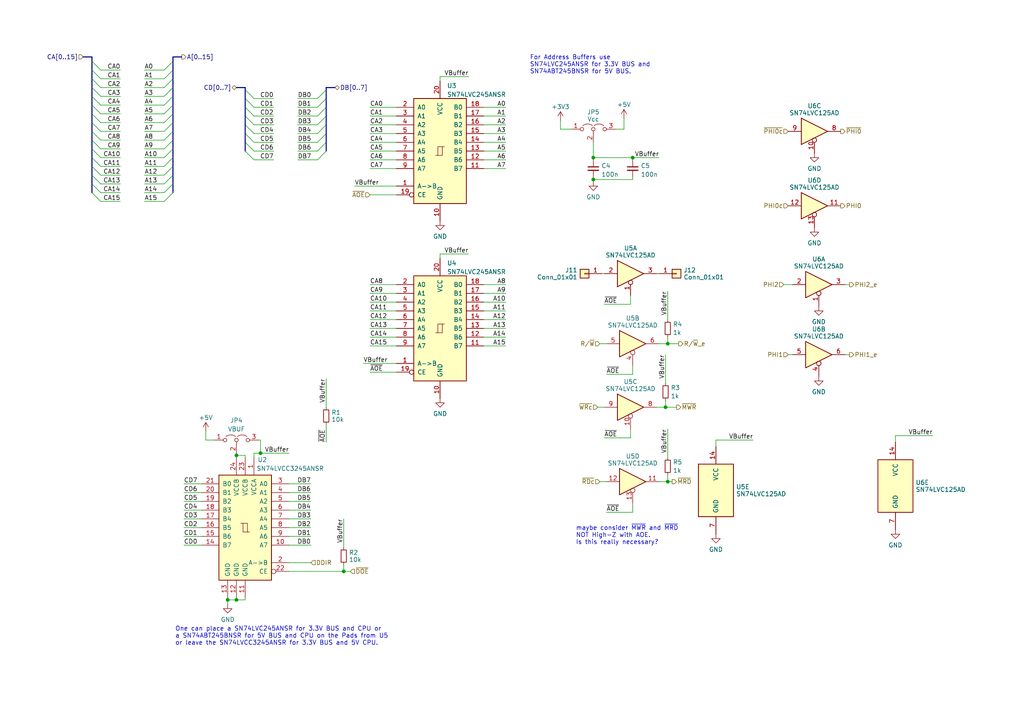
<source format=kicad_sch>
(kicad_sch (version 20231120) (generator "eeschema") (generator_version "8.0")
  (paper "A4")
  (title_block (title "Unicomp v3 - Buffers") (date "2024-10-01") (rev "v1.0") (company "100% Offner") (comment 1 "v1.0: Initial"))
  (lib_symbols
    (symbol "74xx:74LS125" (pin_names (offset 1.016))
      (property "Reference" "U" (at 0 1.27 0))
      (property "Value" "74LS125" (at 0 -1.27 0))
      (symbol "74LS125_1_0"
        (polyline (pts (xy -3.81 3.81) (xy -3.81 -3.81) (xy 3.81 0) (xy -3.81 3.81)) (stroke (width 0.254)) (fill (type background)))
        (pin input inverted (at 0 -6.35 90) (length 4.445) (name "~") (number "1"))
        (pin input line (at -7.62 0 0) (length 3.81) (name "~") (number "2"))
        (pin tri_state line (at 7.62 0 180) (length 3.81) (name "~") (number "3"))
      )
      (symbol "74LS125_2_0"
        (polyline (pts (xy -3.81 3.81) (xy -3.81 -3.81) (xy 3.81 0) (xy -3.81 3.81)) (stroke (width 0.254)) (fill (type background)))
        (pin input inverted (at 0 -6.35 90) (length 4.445) (name "~") (number "4"))
        (pin input line (at -7.62 0 0) (length 3.81) (name "~") (number "5"))
        (pin tri_state line (at 7.62 0 180) (length 3.81) (name "~") (number "6"))
      )
      (symbol "74LS125_3_0"
        (polyline (pts (xy -3.81 3.81) (xy -3.81 -3.81) (xy 3.81 0) (xy -3.81 3.81)) (stroke (width 0.254)) (fill (type background)))
        (pin input inverted (at 0 -6.35 90) (length 4.445) (name "~") (number "10"))
        (pin tri_state line (at 7.62 0 180) (length 3.81) (name "~") (number "8"))
        (pin input line (at -7.62 0 0) (length 3.81) (name "~") (number "9"))
      )
      (symbol "74LS125_4_0"
        (polyline (pts (xy -3.81 3.81) (xy -3.81 -3.81) (xy 3.81 0) (xy -3.81 3.81)) (stroke (width 0.254)) (fill (type background)))
        (pin tri_state line (at 7.62 0 180) (length 3.81) (name "~") (number "11"))
        (pin input line (at -7.62 0 0) (length 3.81) (name "~") (number "12"))
        (pin input inverted (at 0 -6.35 90) (length 4.445) (name "~") (number "13"))
      )
      (symbol "74LS125_5_0"
        (pin power_in line (at 0 12.7 270) (length 5.08) (name "VCC") (number "14"))
        (pin power_in line (at 0 -12.7 90) (length 5.08) (name "GND") (number "7"))
      )
      (symbol "74LS125_5_1"
        (rectangle (start -5.08 7.62) (end 5.08 -7.62) (stroke (width 0.254)) (fill (type background)))
      )
    )
    (symbol "74xx:74LS245" (pin_names (offset 1.016))
      (property "Reference" "U" (at -7.62 16.51 0))
      (property "Value" "74LS245" (at -7.62 -16.51 0))
      (symbol "74LS245_1_0"
        (polyline (pts (xy -0.635 -1.27) (xy -0.635 1.27) (xy 0.635 1.27)))
        (polyline (pts (xy -1.27 -1.27) (xy 0.635 -1.27) (xy 0.635 1.27) (xy 1.27 1.27)))
        (pin input line (at -12.7 -10.16 0) (length 5.08) (name "A->B") (number "1"))
        (pin power_in line (at 0 -20.32 90) (length 5.08) (name "GND") (number "10"))
        (pin tri_state line (at 12.7 -5.08 180) (length 5.08) (name "B7") (number "11"))
        (pin tri_state line (at 12.7 -2.54 180) (length 5.08) (name "B6") (number "12"))
        (pin tri_state line (at 12.7 0 180) (length 5.08) (name "B5") (number "13"))
        (pin tri_state line (at 12.7 2.54 180) (length 5.08) (name "B4") (number "14"))
        (pin tri_state line (at 12.7 5.08 180) (length 5.08) (name "B3") (number "15"))
        (pin tri_state line (at 12.7 7.62 180) (length 5.08) (name "B2") (number "16"))
        (pin tri_state line (at 12.7 10.16 180) (length 5.08) (name "B1") (number "17"))
        (pin tri_state line (at 12.7 12.7 180) (length 5.08) (name "B0") (number "18"))
        (pin input inverted (at -12.7 -12.7 0) (length 5.08) (name "CE") (number "19"))
        (pin tri_state line (at -12.7 12.7 0) (length 5.08) (name "A0") (number "2"))
        (pin power_in line (at 0 20.32 270) (length 5.08) (name "VCC") (number "20"))
        (pin tri_state line (at -12.7 10.16 0) (length 5.08) (name "A1") (number "3"))
        (pin tri_state line (at -12.7 7.62 0) (length 5.08) (name "A2") (number "4"))
        (pin tri_state line (at -12.7 5.08 0) (length 5.08) (name "A3") (number "5"))
        (pin tri_state line (at -12.7 2.54 0) (length 5.08) (name "A4") (number "6"))
        (pin tri_state line (at -12.7 0 0) (length 5.08) (name "A5") (number "7"))
        (pin tri_state line (at -12.7 -2.54 0) (length 5.08) (name "A6") (number "8"))
        (pin tri_state line (at -12.7 -5.08 0) (length 5.08) (name "A7") (number "9"))
      )
      (symbol "74LS245_1_1"
        (rectangle (start -7.62 15.24) (end 7.62 -15.24) (stroke (width 0.254)) (fill (type background)))
      )
    )
    (symbol "Connector_Generic:Conn_01x01" (pin_names (offset 1.016) hide)
      (property "Reference" "J" (at 0 2.54 0))
      (property "Value" "Conn_01x01" (at 0 -2.54 0))
      (symbol "Conn_01x01_1_1"
        (rectangle (start -1.27 0.127) (end 0 -0.127) (stroke (width 0.1524)))
        (rectangle (start -1.27 1.27) (end 1.27 -1.27) (stroke (width 0.254)) (fill (type background)))
        (pin passive line (at -5.08 0 0) (length 3.81) (name "Pin_1") (number "1"))
      )
    )
    (symbol "Device:C_Small" (pin_numbers hide) (pin_names (offset 0.254) hide)
      (property "Reference" "C" (at 0.254 1.778 0))
      (property "Value" "C_Small" (at 0.254 -2.032 0))
      (symbol "C_Small_0_1"
        (polyline (pts (xy -1.524 -0.508) (xy 1.524 -0.508)) (stroke (width 0.3302)))
        (polyline (pts (xy -1.524 0.508) (xy 1.524 0.508)) (stroke (width 0.3048)))
      )
      (symbol "C_Small_1_1"
        (pin passive line (at 0 2.54 270) (length 2.032) (name "~") (number "1"))
        (pin passive line (at 0 -2.54 90) (length 2.032) (name "~") (number "2"))
      )
    )
    (symbol "Device:R_Small" (pin_numbers hide) (pin_names (offset 0.254) hide)
      (property "Reference" "R" (at 0.762 0.508 0))
      (property "Value" "R_Small" (at 0.762 -1.016 0))
      (symbol "R_Small_0_1"
        (rectangle (start -0.762 1.778) (end 0.762 -1.778) (stroke (width 0.2032)))
      )
      (symbol "R_Small_1_1"
        (pin passive line (at 0 2.54 270) (length 0.762) (name "~") (number "1"))
        (pin passive line (at 0 -2.54 90) (length 0.762) (name "~") (number "2"))
      )
    )
    (symbol "Jumper:Jumper_3_Open" (pin_names (offset 0) hide)
      (property "Reference" "JP" (at -2.54 -2.54 0))
      (property "Value" "Jumper_3_Open" (at 0 2.794 0))
      (symbol "Jumper_3_Open_0_0"
        (circle (center -3.302 0) (radius 0.508))
        (circle (center 0 0) (radius 0.508))
        (circle (center 3.302 0) (radius 0.508))
      )
      (symbol "Jumper_3_Open_0_1"
        (arc (start -0.254 1.016) (mid -1.651 1.4992) (end -3.048 1.016))
        (polyline (pts (xy 0 -0.508) (xy 0 -1.27)))
        (arc (start 3.048 1.016) (mid 1.651 1.4992) (end 0.254 1.016))
      )
      (symbol "Jumper_3_Open_1_1"
        (pin passive line (at -6.35 0 0) (length 2.54) (name "A") (number "1"))
        (pin passive line (at 0 -3.81 90) (length 2.54) (name "C") (number "2"))
        (pin passive line (at 6.35 0 180) (length 2.54) (name "B") (number "3"))
      )
    )
    (symbol "my_ics_new:74LVC4245" (pin_names (offset 1.016))
      (property "Reference" "U" (at -7.62 19.05 0))
      (property "Value" "74LVC4245" (at -10.16 16.51 0))
      (symbol "74LVC4245_1_0"
        (polyline (pts (xy -0.635 -1.27) (xy -0.635 1.27) (xy 0.635 1.27)))
        (polyline (pts (xy -1.27 -1.27) (xy 0.635 -1.27) (xy 0.635 1.27) (xy 1.27 1.27)))
        (pin power_in line (at -2.54 20.32 270) (length 5.08) (name "VCCA") (number "1"))
        (pin tri_state line (at -12.7 -5.08 0) (length 5.08) (name "A7") (number "10"))
        (pin power_in line (at 0 -20.32 90) (length 5.08) (name "GND") (number "11"))
        (pin power_in line (at 2.54 -20.32 90) (length 5.08) (name "GND") (number "12"))
        (pin power_in line (at 5.08 -20.32 90) (length 5.08) (name "GND") (number "13"))
        (pin tri_state line (at 12.7 -5.08 180) (length 5.08) (name "B7") (number "14"))
        (pin tri_state line (at 12.7 -2.54 180) (length 5.08) (name "B6") (number "15"))
        (pin tri_state line (at 12.7 0 180) (length 5.08) (name "B5") (number "16"))
        (pin tri_state line (at 12.7 2.54 180) (length 5.08) (name "B4") (number "17"))
        (pin tri_state line (at 12.7 5.08 180) (length 5.08) (name "B3") (number "18"))
        (pin tri_state line (at 12.7 7.62 180) (length 5.08) (name "B2") (number "19"))
        (pin input line (at -12.7 -10.16 0) (length 5.08) (name "A->B") (number "2"))
        (pin tri_state line (at 12.7 10.16 180) (length 5.08) (name "B1") (number "20"))
        (pin tri_state line (at 12.7 12.7 180) (length 5.08) (name "B0") (number "21"))
        (pin input inverted (at -12.7 -12.7 0) (length 5.08) (name "CE") (number "22"))
        (pin power_in line (at 0 20.32 270) (length 5.08) (name "VCCB") (number "23"))
        (pin power_in line (at 2.54 20.32 270) (length 5.08) (name "VCCB") (number "24"))
        (pin tri_state line (at -12.7 12.7 0) (length 5.08) (name "A0") (number "3"))
        (pin tri_state line (at -12.7 10.16 0) (length 5.08) (name "A1") (number "4"))
        (pin tri_state line (at -12.7 7.62 0) (length 5.08) (name "A2") (number "5"))
        (pin tri_state line (at -12.7 5.08 0) (length 5.08) (name "A3") (number "6"))
        (pin tri_state line (at -12.7 2.54 0) (length 5.08) (name "A4") (number "7"))
        (pin tri_state line (at -12.7 0 0) (length 5.08) (name "A5") (number "8"))
        (pin tri_state line (at -12.7 -2.54 0) (length 5.08) (name "A6") (number "9"))
      )
      (symbol "74LVC4245_1_1"
        (rectangle (start -7.62 15.24) (end 7.62 -15.24) (stroke (width 0.254)) (fill (type background)))
      )
    )
    (symbol "power:+3V3" (power) (pin_names (offset 0))
      (property "Value" "+3V3" (at 0 3.556 0))
      (symbol "+3V3_0_1"
        (polyline (pts (xy -0.762 1.27) (xy 0 2.54)))
        (polyline (pts (xy 0 0) (xy 0 2.54)))
        (polyline (pts (xy 0 2.54) (xy 0.762 1.27)))
      )
      (symbol "+3V3_1_1"
        (pin power_in line (at 0 0 90) (length 0) hide (name "+3V3") (number "1"))
      )
    )
    (symbol "power:+5V" (power) (pin_names (offset 0))
      (property "Value" "+5V" (at 0 3.556 0))
      (symbol "+5V_0_1"
        (polyline (pts (xy -0.762 1.27) (xy 0 2.54)))
        (polyline (pts (xy 0 0) (xy 0 2.54)))
        (polyline (pts (xy 0 2.54) (xy 0.762 1.27)))
      )
      (symbol "+5V_1_1"
        (pin power_in line (at 0 0 90) (length 0) hide (name "+5V") (number "1"))
      )
    )
    (symbol "power:GND" (power) (pin_names (offset 0))
      (property "Value" "GND" (at 0 -3.81 0))
      (symbol "GND_0_1"
        (polyline (pts (xy 0 0) (xy 0 -1.27) (xy 1.27 -1.27) (xy 0 -2.54) (xy -1.27 -1.27) (xy 0 -1.27)))
      )
      (symbol "GND_1_1"
        (pin power_in line (at 0 0 270) (length 0) hide (name "GND") (number "1"))
      )
    )
  )
  (junction (at 172.085 45.72))
  (junction (at 99.695 165.735))
  (junction (at 66.04 173.99))
  (junction (at 183.515 45.72))
  (junction (at 172.085 52.07))
  (junction (at 68.58 173.99))
  (junction (at 193.675 99.695))
  (junction (at 75.565 131.445))
  (junction (at 193.04 118.11))
  (junction (at 68.58 132.08))
  (junction (at 193.675 139.7))
  (bus_entry (at 50.165 55.88) (size -2.54 2.54))
  (bus_entry (at 26.67 45.72) (size 2.54 2.54))
  (bus_entry (at 26.67 22.86) (size 2.54 2.54))
  (bus_entry (at 26.67 25.4) (size 2.54 2.54))
  (bus_entry (at 71.12 31.115) (size 2.54 2.54))
  (bus_entry (at 94.615 28.575) (size -2.54 2.54))
  (bus_entry (at 26.67 40.64) (size 2.54 2.54))
  (bus_entry (at 50.165 50.8) (size -2.54 2.54))
  (bus_entry (at 94.615 33.655) (size -2.54 2.54))
  (bus_entry (at 50.165 48.26) (size -2.54 2.54))
  (bus_entry (at 26.67 27.94) (size 2.54 2.54))
  (bus_entry (at 94.615 31.115) (size -2.54 2.54))
  (bus_entry (at 26.67 33.02) (size 2.54 2.54))
  (bus_entry (at 71.12 38.735) (size 2.54 2.54))
  (bus_entry (at 50.165 20.32) (size -2.54 2.54))
  (bus_entry (at 50.165 27.94) (size -2.54 2.54))
  (bus_entry (at 71.12 33.655) (size 2.54 2.54))
  (bus_entry (at 50.165 40.64) (size -2.54 2.54))
  (bus_entry (at 26.67 20.32) (size 2.54 2.54))
  (bus_entry (at 26.67 55.88) (size 2.54 2.54))
  (bus_entry (at 50.165 38.1) (size -2.54 2.54))
  (bus_entry (at 94.615 36.195) (size -2.54 2.54))
  (bus_entry (at 94.615 43.815) (size -2.54 2.54))
  (bus_entry (at 26.67 48.26) (size 2.54 2.54))
  (bus_entry (at 50.165 53.34) (size -2.54 2.54))
  (bus_entry (at 26.67 53.34) (size 2.54 2.54))
  (bus_entry (at 50.165 22.86) (size -2.54 2.54))
  (bus_entry (at 50.165 43.18) (size -2.54 2.54))
  (bus_entry (at 94.615 38.735) (size -2.54 2.54))
  (bus_entry (at 26.67 30.48) (size 2.54 2.54))
  (bus_entry (at 71.12 41.275) (size 2.54 2.54))
  (bus_entry (at 71.12 28.575) (size 2.54 2.54))
  (bus_entry (at 94.615 41.275) (size -2.54 2.54))
  (bus_entry (at 94.615 26.035) (size -2.54 2.54))
  (bus_entry (at 26.67 17.78) (size 2.54 2.54))
  (bus_entry (at 26.67 50.8) (size 2.54 2.54))
  (bus_entry (at 50.165 25.4) (size -2.54 2.54))
  (bus_entry (at 71.12 26.035) (size 2.54 2.54))
  (bus_entry (at 50.165 17.78) (size -2.54 2.54))
  (bus_entry (at 26.67 38.1) (size 2.54 2.54))
  (bus_entry (at 50.165 33.02) (size -2.54 2.54))
  (bus_entry (at 50.165 35.56) (size -2.54 2.54))
  (bus_entry (at 71.12 36.195) (size 2.54 2.54))
  (bus_entry (at 26.67 43.18) (size 2.54 2.54))
  (bus_entry (at 71.12 43.815) (size 2.54 2.54))
  (bus_entry (at 50.165 45.72) (size -2.54 2.54))
  (bus_entry (at 50.165 30.48) (size -2.54 2.54))
  (bus_entry (at 26.67 35.56) (size 2.54 2.54))
  (wire (pts (xy 183.515 52.07) (xy 183.515 51.435)))
  (wire (pts (xy 71.12 173.99) (xy 71.12 173.355)))
  (bus (pts (xy 26.67 25.4) (xy 26.67 22.86)))
  (bus (pts (xy 50.165 48.26) (xy 50.165 45.72)))
  (wire (pts (xy 83.82 131.445) (xy 75.565 131.445)))
  (wire (pts (xy 90.17 145.415) (xy 83.82 145.415)))
  (wire (pts (xy 71.12 132.08) (xy 71.12 132.715)))
  (wire (pts (xy 86.36 46.355) (xy 92.075 46.355)))
  (bus (pts (xy 50.165 55.88) (xy 50.165 53.34)))
  (wire (pts (xy 193.675 137.795) (xy 193.675 139.7)))
  (wire (pts (xy 127.635 22.225) (xy 127.635 23.495)))
  (wire (pts (xy 107.315 31.115) (xy 114.935 31.115)))
  (wire (pts (xy 107.315 56.515) (xy 114.935 56.515)))
  (bus (pts (xy 50.165 38.1) (xy 50.165 35.56)))
  (wire (pts (xy 107.315 100.33) (xy 114.935 100.33)))
  (wire (pts (xy 140.335 100.33) (xy 146.685 100.33)))
  (wire (pts (xy 107.315 33.655) (xy 114.935 33.655)))
  (wire (pts (xy 107.315 36.195) (xy 114.935 36.195)))
  (wire (pts (xy 59.69 127.635) (xy 62.23 127.635)))
  (bus (pts (xy 50.165 50.8) (xy 50.165 48.26)))
  (wire (pts (xy 183.515 45.72) (xy 183.515 46.355)))
  (bus (pts (xy 50.165 43.18) (xy 50.165 40.64)))
  (bus (pts (xy 50.165 20.32) (xy 50.165 17.78)))
  (wire (pts (xy 34.925 27.94) (xy 29.21 27.94)))
  (wire (pts (xy 173.355 118.11) (xy 175.26 118.11)))
  (wire (pts (xy 59.69 125.095) (xy 59.69 127.635)))
  (bus (pts (xy 94.615 36.195) (xy 94.615 33.655)))
  (bus (pts (xy 26.67 17.78) (xy 26.67 16.51)))
  (wire (pts (xy 34.925 22.86) (xy 29.21 22.86)))
  (wire (pts (xy 34.925 30.48) (xy 29.21 30.48)))
  (wire (pts (xy 140.335 90.17) (xy 146.685 90.17)))
  (wire (pts (xy 58.42 158.115) (xy 53.34 158.115)))
  (wire (pts (xy 173.99 99.695) (xy 175.895 99.695)))
  (wire (pts (xy 135.89 22.225) (xy 127.635 22.225)))
  (bus (pts (xy 71.12 41.275) (xy 71.12 38.735)))
  (wire (pts (xy 191.135 99.695) (xy 193.675 99.695)))
  (wire (pts (xy 90.17 163.195) (xy 83.82 163.195)))
  (bus (pts (xy 26.67 55.88) (xy 26.67 53.34)))
  (wire (pts (xy 172.085 52.07) (xy 183.515 52.07)))
  (wire (pts (xy 165.735 37.465) (xy 162.56 37.465)))
  (bus (pts (xy 71.12 25.4) (xy 68.58 25.4)))
  (wire (pts (xy 41.91 45.72) (xy 47.625 45.72)))
  (wire (pts (xy 162.56 34.925) (xy 162.56 37.465)))
  (bus (pts (xy 94.615 43.815) (xy 94.615 41.275)))
  (wire (pts (xy 107.315 41.275) (xy 114.935 41.275)))
  (wire (pts (xy 34.925 55.88) (xy 29.21 55.88)))
  (bus (pts (xy 94.615 25.4) (xy 97.155 25.4)))
  (bus (pts (xy 26.67 35.56) (xy 26.67 33.02)))
  (bus (pts (xy 26.67 48.26) (xy 26.67 45.72)))
  (bus (pts (xy 26.67 40.64) (xy 26.67 38.1)))
  (wire (pts (xy 34.925 25.4) (xy 29.21 25.4)))
  (wire (pts (xy 79.375 38.735) (xy 73.66 38.735)))
  (wire (pts (xy 174.625 79.375) (xy 175.26 79.375)))
  (wire (pts (xy 83.82 165.735) (xy 99.695 165.735)))
  (bus (pts (xy 71.12 31.115) (xy 71.12 28.575)))
  (wire (pts (xy 140.335 87.63) (xy 146.685 87.63)))
  (bus (pts (xy 94.615 38.735) (xy 94.615 36.195)))
  (wire (pts (xy 107.315 85.09) (xy 114.935 85.09)))
  (wire (pts (xy 246.38 102.87) (xy 245.11 102.87)))
  (wire (pts (xy 41.91 33.02) (xy 47.625 33.02)))
  (wire (pts (xy 86.36 43.815) (xy 92.075 43.815)))
  (bus (pts (xy 26.67 43.18) (xy 26.67 40.64)))
  (bus (pts (xy 26.67 33.02) (xy 26.67 30.48)))
  (wire (pts (xy 193.675 84.455) (xy 193.675 92.71)))
  (bus (pts (xy 26.67 20.32) (xy 26.67 17.78)))
  (wire (pts (xy 99.695 150.495) (xy 99.695 158.75)))
  (wire (pts (xy 191.135 139.7) (xy 193.675 139.7)))
  (wire (pts (xy 140.335 85.09) (xy 146.685 85.09)))
  (wire (pts (xy 41.91 43.18) (xy 47.625 43.18)))
  (wire (pts (xy 41.91 35.56) (xy 47.625 35.56)))
  (bus (pts (xy 94.615 28.575) (xy 94.615 26.035)))
  (wire (pts (xy 86.36 38.735) (xy 92.075 38.735)))
  (wire (pts (xy 173.99 139.7) (xy 175.895 139.7)))
  (wire (pts (xy 183.515 45.72) (xy 191.135 45.72)))
  (wire (pts (xy 107.315 107.95) (xy 114.935 107.95)))
  (wire (pts (xy 183.515 108.585) (xy 183.515 106.045)))
  (bus (pts (xy 26.67 27.94) (xy 26.67 25.4)))
  (wire (pts (xy 34.925 20.32) (xy 29.21 20.32)))
  (wire (pts (xy 79.375 46.355) (xy 73.66 46.355)))
  (wire (pts (xy 207.645 129.54) (xy 207.645 127.635)))
  (wire (pts (xy 58.42 153.035) (xy 53.34 153.035)))
  (bus (pts (xy 50.165 45.72) (xy 50.165 43.18)))
  (bus (pts (xy 50.165 30.48) (xy 50.165 27.94)))
  (wire (pts (xy 228.6 102.87) (xy 229.87 102.87)))
  (wire (pts (xy 41.91 20.32) (xy 47.625 20.32)))
  (wire (pts (xy 86.36 33.655) (xy 92.075 33.655)))
  (bus (pts (xy 26.67 50.8) (xy 26.67 48.26)))
  (wire (pts (xy 140.335 97.79) (xy 146.685 97.79)))
  (wire (pts (xy 140.335 92.71) (xy 146.685 92.71)))
  (wire (pts (xy 180.975 37.465) (xy 178.435 37.465)))
  (wire (pts (xy 182.88 127) (xy 182.88 124.46)))
  (bus (pts (xy 50.165 17.78) (xy 50.165 16.51)))
  (wire (pts (xy 172.085 52.705) (xy 172.085 52.07)))
  (bus (pts (xy 50.165 33.02) (xy 50.165 30.48)))
  (bus (pts (xy 50.165 22.86) (xy 50.165 20.32)))
  (wire (pts (xy 58.42 145.415) (xy 53.34 145.415)))
  (wire (pts (xy 73.66 131.445) (xy 73.66 132.715)))
  (wire (pts (xy 193.675 97.79) (xy 193.675 99.695)))
  (wire (pts (xy 107.315 48.895) (xy 114.935 48.895)))
  (wire (pts (xy 58.42 142.875) (xy 53.34 142.875)))
  (wire (pts (xy 140.335 48.895) (xy 146.685 48.895)))
  (wire (pts (xy 79.375 31.115) (xy 73.66 31.115)))
  (wire (pts (xy 140.335 33.655) (xy 146.685 33.655)))
  (wire (pts (xy 86.36 41.275) (xy 92.075 41.275)))
  (wire (pts (xy 101.6 165.735) (xy 99.695 165.735)))
  (bus (pts (xy 50.165 25.4) (xy 50.165 22.86)))
  (wire (pts (xy 86.36 36.195) (xy 92.075 36.195)))
  (wire (pts (xy 34.925 48.26) (xy 29.21 48.26)))
  (bus (pts (xy 50.165 35.56) (xy 50.165 33.02)))
  (wire (pts (xy 86.36 28.575) (xy 92.075 28.575)))
  (wire (pts (xy 175.895 108.585) (xy 183.515 108.585)))
  (wire (pts (xy 259.715 128.27) (xy 259.715 126.365)))
  (wire (pts (xy 193.04 118.11) (xy 196.215 118.11)))
  (wire (pts (xy 34.925 50.8) (xy 29.21 50.8)))
  (wire (pts (xy 66.04 173.99) (xy 66.04 173.355)))
  (wire (pts (xy 102.87 53.975) (xy 114.935 53.975)))
  (wire (pts (xy 75.565 127.635) (xy 75.565 131.445)))
  (wire (pts (xy 190.5 118.11) (xy 193.04 118.11)))
  (wire (pts (xy 68.58 132.08) (xy 71.12 132.08)))
  (wire (pts (xy 58.42 150.495) (xy 53.34 150.495)))
  (wire (pts (xy 90.17 153.035) (xy 83.82 153.035)))
  (wire (pts (xy 58.42 155.575) (xy 53.34 155.575)))
  (wire (pts (xy 172.085 52.07) (xy 172.085 51.435)))
  (wire (pts (xy 34.925 35.56) (xy 29.21 35.56)))
  (bus (pts (xy 26.67 53.34) (xy 26.67 50.8)))
  (wire (pts (xy 193.675 124.46) (xy 193.675 132.715)))
  (wire (pts (xy 193.675 139.7) (xy 194.945 139.7)))
  (bus (pts (xy 50.165 53.34) (xy 50.165 50.8)))
  (wire (pts (xy 107.315 46.355) (xy 114.935 46.355)))
  (bus (pts (xy 26.67 30.48) (xy 26.67 27.94)))
  (wire (pts (xy 79.375 41.275) (xy 73.66 41.275)))
  (wire (pts (xy 66.04 173.99) (xy 68.58 173.99)))
  (wire (pts (xy 207.645 127.635) (xy 218.44 127.635)))
  (wire (pts (xy 41.91 30.48) (xy 47.625 30.48)))
  (wire (pts (xy 66.04 175.26) (xy 66.04 173.99)))
  (wire (pts (xy 90.17 158.115) (xy 83.82 158.115)))
  (wire (pts (xy 140.335 36.195) (xy 146.685 36.195)))
  (wire (pts (xy 41.91 58.42) (xy 47.625 58.42)))
  (wire (pts (xy 140.335 31.115) (xy 146.685 31.115)))
  (wire (pts (xy 182.88 88.265) (xy 182.88 85.725)))
  (bus (pts (xy 71.12 26.035) (xy 71.12 25.4)))
  (wire (pts (xy 34.925 45.72) (xy 29.21 45.72)))
  (wire (pts (xy 127.635 73.66) (xy 127.635 74.93)))
  (wire (pts (xy 107.315 97.79) (xy 114.935 97.79)))
  (wire (pts (xy 41.91 27.94) (xy 47.625 27.94)))
  (wire (pts (xy 79.375 33.655) (xy 73.66 33.655)))
  (wire (pts (xy 41.91 50.8) (xy 47.625 50.8)))
  (wire (pts (xy 34.925 38.1) (xy 29.21 38.1)))
  (wire (pts (xy 90.17 140.335) (xy 83.82 140.335)))
  (wire (pts (xy 107.315 90.17) (xy 114.935 90.17)))
  (wire (pts (xy 107.315 92.71) (xy 114.935 92.71)))
  (wire (pts (xy 58.42 147.955) (xy 53.34 147.955)))
  (wire (pts (xy 68.58 132.08) (xy 68.58 132.715)))
  (wire (pts (xy 190.5 79.375) (xy 191.135 79.375)))
  (bus (pts (xy 71.12 36.195) (xy 71.12 33.655)))
  (wire (pts (xy 227.33 82.55) (xy 229.87 82.55)))
  (wire (pts (xy 107.315 82.55) (xy 114.935 82.55)))
  (wire (pts (xy 140.335 43.815) (xy 146.685 43.815)))
  (wire (pts (xy 140.335 46.355) (xy 146.685 46.355)))
  (wire (pts (xy 105.41 105.41) (xy 114.935 105.41)))
  (wire (pts (xy 107.315 95.25) (xy 114.935 95.25)))
  (wire (pts (xy 34.925 58.42) (xy 29.21 58.42)))
  (wire (pts (xy 183.515 148.59) (xy 183.515 146.05)))
  (wire (pts (xy 34.925 53.34) (xy 29.21 53.34)))
  (wire (pts (xy 107.315 38.735) (xy 114.935 38.735)))
  (wire (pts (xy 41.91 38.1) (xy 47.625 38.1)))
  (bus (pts (xy 50.165 27.94) (xy 50.165 25.4)))
  (wire (pts (xy 107.315 43.815) (xy 114.935 43.815)))
  (wire (pts (xy 34.925 43.18) (xy 29.21 43.18)))
  (wire (pts (xy 41.91 53.34) (xy 47.625 53.34)))
  (wire (pts (xy 172.085 45.72) (xy 172.085 46.355)))
  (bus (pts (xy 50.165 16.51) (xy 52.705 16.51)))
  (wire (pts (xy 175.895 148.59) (xy 183.515 148.59)))
  (wire (pts (xy 90.17 142.875) (xy 83.82 142.875)))
  (bus (pts (xy 71.12 38.735) (xy 71.12 36.195)))
  (wire (pts (xy 79.375 36.195) (xy 73.66 36.195)))
  (wire (pts (xy 140.335 82.55) (xy 146.685 82.55)))
  (wire (pts (xy 58.42 140.335) (xy 53.34 140.335)))
  (bus (pts (xy 94.615 31.115) (xy 94.615 28.575)))
  (bus (pts (xy 26.67 45.72) (xy 26.67 43.18)))
  (wire (pts (xy 90.17 150.495) (xy 83.82 150.495)))
  (wire (pts (xy 41.91 22.86) (xy 47.625 22.86)))
  (wire (pts (xy 79.375 28.575) (xy 73.66 28.575)))
  (wire (pts (xy 140.335 95.25) (xy 146.685 95.25)))
  (wire (pts (xy 175.26 127) (xy 182.88 127)))
  (wire (pts (xy 90.17 155.575) (xy 83.82 155.575)))
  (bus (pts (xy 50.165 40.64) (xy 50.165 38.1)))
  (wire (pts (xy 41.91 40.64) (xy 47.625 40.64)))
  (wire (pts (xy 193.04 102.87) (xy 193.04 111.125)))
  (wire (pts (xy 34.925 33.02) (xy 29.21 33.02)))
  (wire (pts (xy 245.11 82.55) (xy 246.38 82.55)))
  (bus (pts (xy 94.615 26.035) (xy 94.615 25.4)))
  (wire (pts (xy 140.335 38.735) (xy 146.685 38.735)))
  (wire (pts (xy 172.085 45.72) (xy 183.515 45.72)))
  (wire (pts (xy 175.26 88.265) (xy 182.88 88.265)))
  (wire (pts (xy 41.91 25.4) (xy 47.625 25.4)))
  (bus (pts (xy 26.67 22.86) (xy 26.67 20.32)))
  (wire (pts (xy 68.58 131.445) (xy 68.58 132.08)))
  (wire (pts (xy 74.93 127.635) (xy 75.565 127.635)))
  (wire (pts (xy 193.675 99.695) (xy 196.85 99.695)))
  (wire (pts (xy 34.925 40.64) (xy 29.21 40.64)))
  (bus (pts (xy 71.12 28.575) (xy 71.12 26.035)))
  (wire (pts (xy 259.715 126.365) (xy 270.51 126.365)))
  (wire (pts (xy 68.58 173.99) (xy 68.58 173.355)))
  (bus (pts (xy 71.12 33.655) (xy 71.12 31.115)))
  (wire (pts (xy 68.58 173.99) (xy 71.12 173.99)))
  (bus (pts (xy 94.615 41.275) (xy 94.615 38.735)))
  (wire (pts (xy 107.315 87.63) (xy 114.935 87.63)))
  (wire (pts (xy 180.975 34.29) (xy 180.975 37.465)))
  (wire (pts (xy 135.89 73.66) (xy 127.635 73.66)))
  (wire (pts (xy 140.335 41.275) (xy 146.685 41.275)))
  (wire (pts (xy 41.91 55.88) (xy 47.625 55.88)))
  (wire (pts (xy 90.17 147.955) (xy 83.82 147.955)))
  (wire (pts (xy 86.36 31.115) (xy 92.075 31.115)))
  (wire (pts (xy 99.695 163.83) (xy 99.695 165.735)))
  (wire (pts (xy 94.615 123.19) (xy 94.615 128.27)))
  (bus (pts (xy 71.12 43.815) (xy 71.12 41.275)))
  (wire (pts (xy 193.04 116.205) (xy 193.04 118.11)))
  (wire (pts (xy 41.91 48.26) (xy 47.625 48.26)))
  (wire (pts (xy 94.615 109.855) (xy 94.615 118.11)))
  (wire (pts (xy 79.375 43.815) (xy 73.66 43.815)))
  (bus (pts (xy 94.615 33.655) (xy 94.615 31.115)))
  (wire (pts (xy 172.085 41.275) (xy 172.085 45.72)))
  (wire (pts (xy 75.565 131.445) (xy 73.66 131.445)))
  (bus (pts (xy 26.67 16.51) (xy 24.13 16.51)))
  (bus (pts (xy 26.67 38.1) (xy 26.67 35.56)))
  (text "For Address Buffers use \nSN74LVC245ANSR for 3.3V BUS and\nSN74ABT245BNSR for 5V BUS." (at 153.67 21.59 0) (effects (font (size 1.27 1.27)) (justify left bottom)))
  (text "One can place a SN74LVC245ANSR for 3.3V BUS and CPU or\na SN74ABT245BNSR for 5V BUS and CPU on the Pads from U5\nor leave the SN74LVCC3245ANSR for 3.3V BUS and 5V CPU.\n" (at 50.8 187.325 0) (effects (font (size 1.27 1.27)) (justify left bottom)))
  (text "maybe consider ~{MWR} and ~{MRD}\nNOT High-Z with AOE. \nIs this really necessary?" (at 167.005 158.115 0) (effects (font (size 1.27 1.27)) (justify left bottom)))
  (label "CA7" (at 34.925 38.1 180))
  (label "A15" (at 41.91 58.42 0))
  (label "DB7" (at 90.17 140.335 180))
  (label "CA3" (at 107.315 38.735 0))
  (label "VBuffer" (at 135.89 73.66 180))
  (label "CA0" (at 34.925 20.32 180))
  (label "A2" (at 146.685 36.195 180))
  (label "A0" (at 41.91 20.32 0))
  (label "CD1" (at 79.375 31.115 180))
  (label "~{AOE}" (at 107.315 107.95 0))
  (label "A5" (at 146.685 43.815 180))
  (label "CA6" (at 107.315 46.355 0))
  (label "VBuffer" (at 135.89 22.225 180))
  (label "A12" (at 41.91 50.8 0))
  (label "A10" (at 146.685 87.63 180))
  (label "A7" (at 41.91 38.1 0))
  (label "A10" (at 41.91 45.72 0))
  (label "CA9" (at 107.315 85.09 0))
  (label "DB6" (at 90.17 142.875 180))
  (label "A12" (at 146.685 92.71 180))
  (label "CA3" (at 34.925 27.94 180))
  (label "A8" (at 146.685 82.55 180))
  (label "A4" (at 146.685 41.275 180))
  (label "DB2" (at 86.36 33.655 0))
  (label "CD1" (at 53.34 155.575 0))
  (label "DB5" (at 90.17 145.415 180))
  (label "VBuffer" (at 193.675 84.455 270))
  (label "DB1" (at 90.17 155.575 180))
  (label "A0" (at 146.685 31.115 180))
  (label "CA1" (at 34.925 22.86 180))
  (label "CA9" (at 34.925 43.18 180))
  (label "DB0" (at 86.36 28.575 0))
  (label "CD0" (at 53.34 158.115 0))
  (label "CA7" (at 107.315 48.895 0))
  (label "CA4" (at 107.315 41.275 0))
  (label "VBuffer" (at 193.04 102.87 270))
  (label "A4" (at 41.91 30.48 0))
  (label "CD7" (at 79.375 46.355 180))
  (label "CA2" (at 34.925 25.4 180))
  (label "CD5" (at 79.375 41.275 180))
  (label "CA2" (at 107.315 36.195 0))
  (label "CD5" (at 53.34 145.415 0))
  (label "CD0" (at 79.375 28.575 180))
  (label "A3" (at 146.685 38.735 180))
  (label "CA11" (at 107.315 90.17 0))
  (label "CD2" (at 79.375 33.655 180))
  (label "A7" (at 146.685 48.895 180))
  (label "DB5" (at 86.36 41.275 0))
  (label "A11" (at 146.685 90.17 180))
  (label "A14" (at 41.91 55.88 0))
  (label "A8" (at 41.91 40.64 0))
  (label "A5" (at 41.91 33.02 0))
  (label "~{AOE}" (at 94.615 128.27 90))
  (label "DB4" (at 90.17 147.955 180))
  (label "A2" (at 41.91 25.4 0))
  (label "A14" (at 146.685 97.79 180))
  (label "DB1" (at 86.36 31.115 0))
  (label "VBuffer" (at 99.695 150.495 270))
  (label "CA13" (at 34.925 53.34 180))
  (label "VBuffer" (at 218.44 127.635 180))
  (label "A6" (at 146.685 46.355 180))
  (label "CA0" (at 107.315 31.115 0))
  (label "CA15" (at 107.315 100.33 0))
  (label "A9" (at 146.685 85.09 180))
  (label "A11" (at 41.91 48.26 0))
  (label "CA8" (at 34.925 40.64 180))
  (label "VBuffer" (at 191.135 45.72 180))
  (label "DB6" (at 86.36 43.815 0))
  (label "A3" (at 41.91 27.94 0))
  (label "A13" (at 41.91 53.34 0))
  (label "~{AOE}" (at 175.895 148.59 0))
  (label "A13" (at 146.685 95.25 180))
  (label "~{AOE}" (at 175.26 127 0))
  (label "CA10" (at 107.315 87.63 0))
  (label "CD3" (at 79.375 36.195 180))
  (label "A9" (at 41.91 43.18 0))
  (label "~{AOE}" (at 175.895 108.585 0))
  (label "CA4" (at 34.925 30.48 180))
  (label "DB2" (at 90.17 153.035 180))
  (label "VBuffer" (at 193.675 124.46 270))
  (label "~{AOE}" (at 175.26 88.265 0))
  (label "CA15" (at 34.925 58.42 180))
  (label "CA5" (at 34.925 33.02 180))
  (label "CA8" (at 107.315 82.55 0))
  (label "CD4" (at 79.375 38.735 180))
  (label "DB0" (at 90.17 158.115 180))
  (label "CA5" (at 107.315 43.815 0))
  (label "CD4" (at 53.34 147.955 0))
  (label "CA6" (at 34.925 35.56 180))
  (label "CA1" (at 107.315 33.655 0))
  (label "CD7" (at 53.34 140.335 0))
  (label "VBuffer" (at 270.51 126.365 180))
  (label "A15" (at 146.685 100.33 180))
  (label "A6" (at 41.91 35.56 0))
  (label "CA14" (at 34.925 55.88 180))
  (label "CA13" (at 107.315 95.25 0))
  (label "CD2" (at 53.34 153.035 0))
  (label "DB7" (at 86.36 46.355 0))
  (label "A1" (at 146.685 33.655 180))
  (label "CD3" (at 53.34 150.495 0))
  (label "VBuffer" (at 105.41 105.41 0))
  (label "DB4" (at 86.36 38.735 0))
  (label "DB3" (at 90.17 150.495 180))
  (label "CA10" (at 34.925 45.72 180))
  (label "CA11" (at 34.925 48.26 180))
  (label "VBuffer" (at 94.615 109.855 270))
  (label "CA14" (at 107.315 97.79 0))
  (label "VBuffer" (at 102.87 53.975 0))
  (label "CA12" (at 107.315 92.71 0))
  (label "CA12" (at 34.925 50.8 180))
  (label "A1" (at 41.91 22.86 0))
  (label "VBuffer" (at 83.82 131.445 180))
  (label "CD6" (at 79.375 43.815 180))
  (label "DB3" (at 86.36 36.195 0))
  (label "CD6" (at 53.34 142.875 0))
  (hierarchical_label "~{WRc}" (shape input) (at 173.355 118.11 180))
  (hierarchical_label "CA[0..15]" (shape input) (at 24.13 16.51 180))
  (hierarchical_label "CD[0..7]" (shape bidirectional) (at 68.58 25.4 180))
  (hierarchical_label "DDIR" (shape input) (at 90.17 163.195 0))
  (hierarchical_label "~{MRD}" (shape output) (at 194.945 139.7 0))
  (hierarchical_label "PHI2_e" (shape output) (at 246.38 82.55 0))
  (hierarchical_label "~{RDc}" (shape input) (at 173.99 139.7 180))
  (hierarchical_label "R{slash}~{W}_e" (shape output) (at 196.85 99.695 0))
  (hierarchical_label "~{PHI0}" (shape output) (at 243.84 38.1 0))
  (hierarchical_label "PHI0c" (shape input) (at 228.6 59.69 180))
  (hierarchical_label "~{PHI0c}" (shape input) (at 228.6 38.1 180))
  (hierarchical_label "PHI1_e" (shape output) (at 246.38 102.87 0))
  (hierarchical_label "PHI2" (shape input) (at 227.33 82.55 180))
  (hierarchical_label "PHI0" (shape output) (at 243.84 59.69 0))
  (hierarchical_label "~{AOE}" (shape input) (at 107.315 56.515 180))
  (hierarchical_label "~{DOE}" (shape input) (at 101.6 165.735 0))
  (hierarchical_label "PHI1" (shape input) (at 228.6 102.87 180))
  (hierarchical_label "DB[0..7]" (shape bidirectional) (at 97.155 25.4 0))
  (hierarchical_label "~{MWR}" (shape output) (at 196.215 118.11 0))
  (hierarchical_label "A[0..15]" (shape output) (at 52.705 16.51 0))
  (hierarchical_label "R{slash}~{W}" (shape input) (at 173.99 99.695 180))
  (symbol (lib_id "power:+3V3") (at 162.56 34.925 0) (unit 1)
    (property "Reference" "#PWR011" (effects (hide yes)))
    (property "Value" "+3V3" (at 162.56 30.98 0))
  )
  (symbol (lib_id "Device:C_Small") (at 172.085 48.895 0) (unit 1)
    (property "Reference" "C4" (at 174.4091 48.0666 0) (effects (justify left)))
    (property "Value" "100n" (at 174.4091 50.6035 0) (effects (justify left)))
    (property "Footprint" "Capacitor_SMD:C_1206_3216Metric" (effects (hide yes)))
  )
  (symbol (lib_id "74xx:74LS125") (at 182.88 118.11 0) (unit 3)
    (property "Reference" "U5" (at 182.88 110.72 0))
    (property "Value" "SN74LVC125AD" (at 182.88 112.768 0))
    (property "Footprint" "Package_SO:SOIC-14_3.9x8.7mm_P1.27mm" (effects (hide yes)))
    (property "Datasheet" "http://www.ti.com/lit/gpn/sn74LS125" (effects (hide yes)))
  )
  (symbol (lib_id "Jumper:Jumper_3_Open") (at 68.58 127.635 0) (unit 1)
    (property "Reference" "JP4" (at 68.58 121.92 0))
    (property "Value" "VBUF" (at 68.58 124.46 0))
    (property "Footprint" "Jumper:SolderJumper-3_P1.3mm_Open_Pad1.0x1.5mm_NumberLabels" (effects (hide yes)))
  )
  (symbol (lib_id "power:GND") (at 172.085 52.705 0) (unit 1)
    (property "Reference" "#PWR018" (effects (hide yes)))
    (property "Value" "GND" (at 172.085 57.1484 0))
  )
  (symbol (lib_id "74xx:74LS125") (at 237.49 102.87 0) (unit 2)
    (property "Reference" "U6" (at 237.49 95.48 0))
    (property "Value" "SN74LVC125AD" (at 237.49 97.528 0))
    (property "Footprint" "Package_SO:SOIC-14_3.9x8.7mm_P1.27mm" (effects (hide yes)))
    (property "Datasheet" "http://www.ti.com/lit/gpn/sn74LS125" (effects (hide yes)))
  )
  (symbol (lib_id "power:GND") (at 259.715 153.67 0) (mirror y) (unit 1)
    (property "Reference" "#PWR025" (effects (hide yes)))
    (property "Value" "GND" (at 259.715 158.1134 0))
  )
  (symbol (lib_id "power:GND") (at 66.04 175.26 0) (mirror y) (unit 1)
    (property "Reference" "#PWR05" (effects (hide yes)))
    (property "Value" "GND" (at 66.04 179.7034 0))
  )
  (symbol (lib_id "74xx:74LS125") (at 183.515 99.695 0) (unit 2)
    (property "Reference" "U5" (at 183.515 92.305 0))
    (property "Value" "SN74LVC125AD" (at 183.515 94.353 0))
    (property "Footprint" "Package_SO:SOIC-14_3.9x8.7mm_P1.27mm" (effects (hide yes)))
    (property "Datasheet" "http://www.ti.com/lit/gpn/sn74LS125" (effects (hide yes)))
  )
  (symbol (lib_id "74xx:74LS125") (at 237.49 82.55 0) (unit 1)
    (property "Reference" "U6" (at 237.49 75.16 0))
    (property "Value" "SN74LVC125AD" (at 237.49 77.208 0))
    (property "Footprint" "Package_SO:SOIC-14_3.9x8.7mm_P1.27mm" (effects (hide yes)))
    (property "Datasheet" "http://www.ti.com/lit/gpn/sn74LS125" (effects (hide yes)))
  )
  (symbol (lib_id "power:GND") (at 237.49 88.9 0) (mirror y) (unit 1)
    (property "Reference" "#PWR023" (effects (hide yes)))
    (property "Value" "GND" (at 237.49 93.3434 0))
  )
  (symbol (lib_id "74xx:74LS245") (at 127.635 95.25 0) (unit 1)
    (property "Reference" "U4" (at 129.6544 76.3102 0) (effects (justify left)))
    (property "Value" "SN74LVC245ANSR" (at 129.6544 78.8471 0) (effects (justify left)))
    (property "Footprint" "Package_SO:SO-20_5.3x12.6mm_P1.27mm" (effects (hide yes)))
    (property "Datasheet" "http://www.ti.com/lit/gpn/sn74LS245" (effects (hide yes)))
  )
  (symbol (lib_id "power:GND") (at 237.49 109.22 0) (mirror y) (unit 1)
    (property "Reference" "#PWR024" (effects (hide yes)))
    (property "Value" "GND" (at 237.49 113.6634 0))
  )
  (symbol (lib_id "Jumper:Jumper_3_Open") (at 172.085 37.465 0) (unit 1)
    (property "Reference" "JP5" (at 172.085 32.5128 0))
    (property "Value" "Vcc" (at 172.085 34.5608 0))
    (property "Footprint" "Jumper:SolderJumper-3_P1.3mm_Open_RoundedPad1.0x1.5mm_NumberLabels" (effects (hide yes)))
  )
  (symbol (lib_id "Device:R_Small") (at 193.675 135.255 0) (unit 1)
    (property "Reference" "R5" (at 195.1736 134.0429 0) (effects (justify left)))
    (property "Value" "1k" (at 195.1736 136.4671 0) (effects (justify left)))
    (property "Footprint" "Resistor_SMD:R_1206_3216Metric_Pad1.30x1.75mm_HandSolder" (effects (hide yes)))
  )
  (symbol (lib_id "power:+5V") (at 59.69 125.095 0) (unit 1)
    (property "Reference" "#PWR04" (effects (hide yes)))
    (property "Value" "+5V" (at 59.69 121.15 0))
  )
  (symbol (lib_id "Device:C_Small") (at 183.515 48.895 0) (unit 1)
    (property "Reference" "C5" (at 185.8391 48.0666 0) (effects (justify left)))
    (property "Value" "100n" (at 185.8391 50.6035 0) (effects (justify left)))
    (property "Footprint" "Capacitor_SMD:C_1206_3216Metric" (effects (hide yes)))
  )
  (symbol (lib_id "74xx:74LS125") (at 236.22 59.69 0) (unit 4)
    (property "Reference" "U6" (at 236.22 52.3 0))
    (property "Value" "SN74LVC125AD" (at 236.22 54.348 0))
    (property "Footprint" "Package_SO:SOIC-14_3.9x8.7mm_P1.27mm" (effects (hide yes)))
    (property "Datasheet" "http://www.ti.com/lit/gpn/sn74LS125" (effects (hide yes)))
  )
  (symbol (lib_id "power:+5V") (at 180.975 34.29 0) (unit 1)
    (property "Reference" "#PWR019" (effects (hide yes)))
    (property "Value" "+5V" (at 180.975 30.345 0))
  )
  (symbol (lib_id "74xx:74LS125") (at 182.88 79.375 0) (unit 1)
    (property "Reference" "U5" (at 182.88 71.985 0))
    (property "Value" "SN74LVC125AD" (at 182.88 74.033 0))
    (property "Footprint" "Package_SO:SOIC-14_3.9x8.7mm_P1.27mm" (effects (hide yes)))
    (property "Datasheet" "http://www.ti.com/lit/gpn/sn74LS125" (effects (hide yes)))
  )
  (symbol (lib_id "74xx:74LS125") (at 259.715 140.97 0) (unit 5)
    (property "Reference" "U6" (at 265.557 139.946 0) (effects (justify left)))
    (property "Value" "SN74LVC125AD" (at 265.557 141.994 0) (effects (justify left)))
    (property "Footprint" "Package_SO:SOIC-14_3.9x8.7mm_P1.27mm" (effects (hide yes)))
    (property "Datasheet" "http://www.ti.com/lit/gpn/sn74LS125" (effects (hide yes)))
  )
  (symbol (lib_id "power:GND") (at 236.22 66.04 0) (mirror y) (unit 1)
    (property "Reference" "#PWR022" (effects (hide yes)))
    (property "Value" "GND" (at 236.22 70.4834 0))
  )
  (symbol (lib_id "power:GND") (at 127.635 115.57 0) (unit 1)
    (property "Reference" "#PWR010" (effects (hide yes)))
    (property "Value" "GND" (at 127.635 120.0134 0))
  )
  (symbol (lib_id "my_ics_new:74LVC4245") (at 71.12 153.035 0) (mirror y) (unit 1)
    (property "Reference" "U2" (at 77.47 133.35 0) (effects (justify left)))
    (property "Value" "SN74LVCC3245ANSR" (at 93.98 135.89 0) (effects (justify left)))
    (property "Footprint" "Package_SO:SO-24_5.3x15mm_P1.27mm" (effects (hide yes)))
    (property "Datasheet" "https://www.ti.com/lit/ds/symlink/sn74lvc4245a.pdf" (effects (hide yes)))
  )
  (symbol (lib_id "Connector_Generic:Conn_01x01") (at 196.215 79.375 0) (unit 1)
    (property "Reference" "J12" (at 198.247 78.351 0) (effects (justify left)))
    (property "Value" "Conn_01x01" (at 198.247 80.399 0) (effects (justify left)))
    (property "Footprint" "Connector_PinHeader_1.27mm:PinHeader_1x01_P1.27mm_Vertical" (effects (hide yes)))
  )
  (symbol (lib_id "Device:R_Small") (at 193.675 95.25 0) (unit 1)
    (property "Reference" "R4" (at 195.1736 94.0379 0) (effects (justify left)))
    (property "Value" "1k" (at 195.1736 96.4621 0) (effects (justify left)))
    (property "Footprint" "Resistor_SMD:R_1206_3216Metric_Pad1.30x1.75mm_HandSolder" (effects (hide yes)))
  )
  (symbol (lib_id "Device:R_Small") (at 99.695 161.29 0) (unit 1)
    (property "Reference" "R2" (at 101.1936 160.266 0) (effects (justify left)))
    (property "Value" "10k" (at 101.1936 162.314 0) (effects (justify left)))
    (property "Footprint" "Resistor_SMD:R_1206_3216Metric_Pad1.30x1.75mm_HandSolder" (effects (hide yes)))
  )
  (symbol (lib_id "Connector_Generic:Conn_01x01") (at 169.545 79.375 0) (mirror y) (unit 1)
    (property "Reference" "J11" (at 167.513 78.351 0) (effects (justify left)))
    (property "Value" "Conn_01x01" (at 167.513 80.399 0) (effects (justify left)))
    (property "Footprint" "Connector_PinHeader_1.27mm:PinHeader_1x01_P1.27mm_Vertical" (effects (hide yes)))
  )
  (symbol (lib_id "74xx:74LS125") (at 183.515 139.7 0) (unit 4)
    (property "Reference" "U5" (at 183.515 132.31 0))
    (property "Value" "SN74LVC125AD" (at 183.515 134.358 0))
    (property "Footprint" "Package_SO:SOIC-14_3.9x8.7mm_P1.27mm" (effects (hide yes)))
    (property "Datasheet" "http://www.ti.com/lit/gpn/sn74LS125" (effects (hide yes)))
  )
  (symbol (lib_id "Device:R_Small") (at 94.615 120.65 0) (unit 1)
    (property "Reference" "R1" (at 96.1136 119.626 0) (effects (justify left)))
    (property "Value" "10k" (at 96.1136 121.674 0) (effects (justify left)))
    (property "Footprint" "Resistor_SMD:R_1206_3216Metric_Pad1.30x1.75mm_HandSolder" (effects (hide yes)))
  )
  (symbol (lib_id "power:GND") (at 236.22 44.45 0) (mirror y) (unit 1)
    (property "Reference" "#PWR021" (effects (hide yes)))
    (property "Value" "GND" (at 236.22 48.8934 0))
  )
  (symbol (lib_id "Device:R_Small") (at 193.04 113.665 0) (unit 1)
    (property "Reference" "R3" (at 194.5386 112.4529 0) (effects (justify left)))
    (property "Value" "1k" (at 194.5386 114.8771 0) (effects (justify left)))
    (property "Footprint" "Resistor_SMD:R_1206_3216Metric_Pad1.30x1.75mm_HandSolder" (effects (hide yes)))
  )
  (symbol (lib_id "power:GND") (at 207.645 154.94 0) (mirror y) (unit 1)
    (property "Reference" "#PWR020" (effects (hide yes)))
    (property "Value" "GND" (at 207.645 159.3834 0))
  )
  (symbol (lib_id "74xx:74LS125") (at 236.22 38.1 0) (unit 3)
    (property "Reference" "U6" (at 236.22 30.71 0))
    (property "Value" "SN74LVC125AD" (at 236.22 32.758 0))
    (property "Footprint" "Package_SO:SOIC-14_3.9x8.7mm_P1.27mm" (effects (hide yes)))
    (property "Datasheet" "http://www.ti.com/lit/gpn/sn74LS125" (effects (hide yes)))
  )
  (symbol (lib_id "74xx:74LS125") (at 207.645 142.24 0) (unit 5)
    (property "Reference" "U5" (at 213.487 141.216 0) (effects (justify left)))
    (property "Value" "SN74LVC125AD" (at 213.487 143.264 0) (effects (justify left)))
    (property "Footprint" "Package_SO:SOIC-14_3.9x8.7mm_P1.27mm" (effects (hide yes)))
    (property "Datasheet" "http://www.ti.com/lit/gpn/sn74LS125" (effects (hide yes)))
  )
  (symbol (lib_id "74xx:74LS245") (at 127.635 43.815 0) (unit 1)
    (property "Reference" "U3" (at 129.6544 24.8752 0) (effects (justify left)))
    (property "Value" "SN74LVC245ANSR" (at 129.6544 27.4121 0) (effects (justify left)))
    (property "Footprint" "Package_SO:SO-20_5.3x12.6mm_P1.27mm" (effects (hide yes)))
    (property "Datasheet" "http://www.ti.com/lit/gpn/sn74LS245" (effects (hide yes)))
  )
  (symbol (lib_id "power:GND") (at 127.635 64.135 0) (unit 1)
    (property "Reference" "#PWR07" (effects (hide yes)))
    (property "Value" "GND" (at 127.635 68.5784 0))
  )
)
</source>
